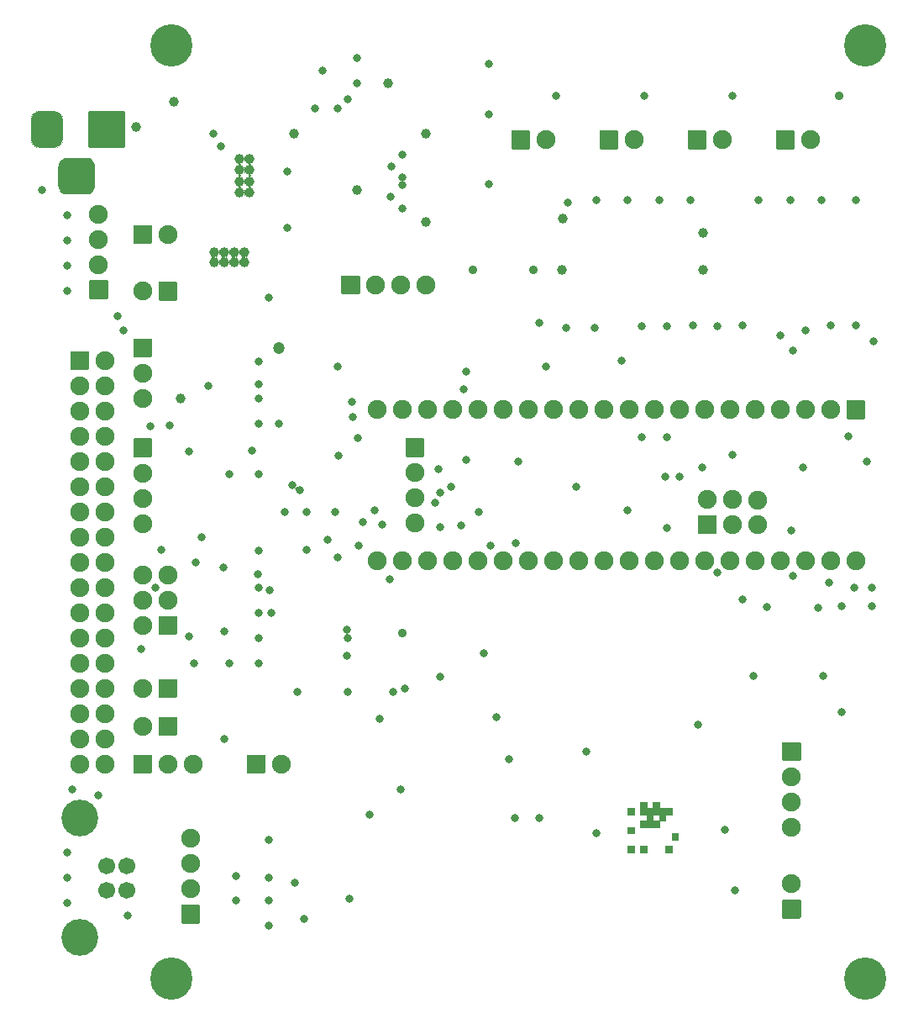
<source format=gbr>
G04 #@! TF.GenerationSoftware,KiCad,Pcbnew,(5.1.9)-1*
G04 #@! TF.CreationDate,2021-06-25T18:36:14+01:00*
G04 #@! TF.ProjectId,Greaseweazle F1 Plus,47726561-7365-4776-9561-7a6c65204631,1*
G04 #@! TF.SameCoordinates,PX6312cb0PY6bcb370*
G04 #@! TF.FileFunction,Soldermask,Bot*
G04 #@! TF.FilePolarity,Negative*
%FSLAX46Y46*%
G04 Gerber Fmt 4.6, Leading zero omitted, Abs format (unit mm)*
G04 Created by KiCad (PCBNEW (5.1.9)-1) date 2021-06-25 18:36:14*
%MOMM*%
%LPD*%
G01*
G04 APERTURE LIST*
%ADD10C,0.100000*%
%ADD11O,1.900000X1.900000*%
%ADD12C,4.264000*%
%ADD13C,1.900000*%
%ADD14C,1.701140*%
%ADD15C,3.700120*%
%ADD16C,0.800000*%
%ADD17C,1.000000*%
%ADD18C,0.900000*%
%ADD19C,1.200000*%
G04 APERTURE END LIST*
D10*
G36*
X49149000Y-6985000D02*
G01*
X49784000Y-6985000D01*
X49784000Y-6350000D01*
X49149000Y-6350000D01*
X49149000Y-6985000D01*
G37*
X49149000Y-6985000D02*
X49784000Y-6985000D01*
X49784000Y-6350000D01*
X49149000Y-6350000D01*
X49149000Y-6985000D01*
G36*
X50419000Y-8890000D02*
G01*
X51054000Y-8890000D01*
X51054000Y-8255000D01*
X50419000Y-8255000D01*
X50419000Y-8890000D01*
G37*
X50419000Y-8890000D02*
X51054000Y-8890000D01*
X51054000Y-8255000D01*
X50419000Y-8255000D01*
X50419000Y-8890000D01*
G36*
X52959000Y-8890000D02*
G01*
X53594000Y-8890000D01*
X53594000Y-8255000D01*
X52959000Y-8255000D01*
X52959000Y-8890000D01*
G37*
X52959000Y-8890000D02*
X53594000Y-8890000D01*
X53594000Y-8255000D01*
X52959000Y-8255000D01*
X52959000Y-8890000D01*
G36*
X53594000Y-7620000D02*
G01*
X54229000Y-7620000D01*
X54229000Y-6985000D01*
X53594000Y-6985000D01*
X53594000Y-7620000D01*
G37*
X53594000Y-7620000D02*
X54229000Y-7620000D01*
X54229000Y-6985000D01*
X53594000Y-6985000D01*
X53594000Y-7620000D01*
G36*
X52959000Y-5080000D02*
G01*
X53594000Y-5080000D01*
X53594000Y-4445000D01*
X52959000Y-4445000D01*
X52959000Y-5080000D01*
G37*
X52959000Y-5080000D02*
X53594000Y-5080000D01*
X53594000Y-4445000D01*
X52959000Y-4445000D01*
X52959000Y-5080000D01*
G36*
X52324000Y-5080000D02*
G01*
X52959000Y-5080000D01*
X52959000Y-4445000D01*
X52324000Y-4445000D01*
X52324000Y-5080000D01*
G37*
X52324000Y-5080000D02*
X52959000Y-5080000D01*
X52959000Y-4445000D01*
X52324000Y-4445000D01*
X52324000Y-5080000D01*
G36*
X51689000Y-4445000D02*
G01*
X52324000Y-4445000D01*
X52324000Y-3810000D01*
X51689000Y-3810000D01*
X51689000Y-4445000D01*
G37*
X51689000Y-4445000D02*
X52324000Y-4445000D01*
X52324000Y-3810000D01*
X51689000Y-3810000D01*
X51689000Y-4445000D01*
G36*
X51689000Y-5080000D02*
G01*
X52324000Y-5080000D01*
X52324000Y-4445000D01*
X51689000Y-4445000D01*
X51689000Y-5080000D01*
G37*
X51689000Y-5080000D02*
X52324000Y-5080000D01*
X52324000Y-4445000D01*
X51689000Y-4445000D01*
X51689000Y-5080000D01*
G36*
X51054000Y-5080000D02*
G01*
X51689000Y-5080000D01*
X51689000Y-4445000D01*
X51054000Y-4445000D01*
X51054000Y-5080000D01*
G37*
X51054000Y-5080000D02*
X51689000Y-5080000D01*
X51689000Y-4445000D01*
X51054000Y-4445000D01*
X51054000Y-5080000D01*
G36*
X50419000Y-5080000D02*
G01*
X51054000Y-5080000D01*
X51054000Y-4445000D01*
X50419000Y-4445000D01*
X50419000Y-5080000D01*
G37*
X50419000Y-5080000D02*
X51054000Y-5080000D01*
X51054000Y-4445000D01*
X50419000Y-4445000D01*
X50419000Y-5080000D01*
G36*
X50419000Y-4445000D02*
G01*
X51054000Y-4445000D01*
X51054000Y-3810000D01*
X50419000Y-3810000D01*
X50419000Y-4445000D01*
G37*
X50419000Y-4445000D02*
X51054000Y-4445000D01*
X51054000Y-3810000D01*
X50419000Y-3810000D01*
X50419000Y-4445000D01*
G36*
X49149000Y-8890000D02*
G01*
X49784000Y-8890000D01*
X49784000Y-8255000D01*
X49149000Y-8255000D01*
X49149000Y-8890000D01*
G37*
X49149000Y-8890000D02*
X49784000Y-8890000D01*
X49784000Y-8255000D01*
X49149000Y-8255000D01*
X49149000Y-8890000D01*
G36*
X49149000Y-5080000D02*
G01*
X49784000Y-5080000D01*
X49784000Y-4445000D01*
X49149000Y-4445000D01*
X49149000Y-5080000D01*
G37*
X49149000Y-5080000D02*
X49784000Y-5080000D01*
X49784000Y-4445000D01*
X49149000Y-4445000D01*
X49149000Y-5080000D01*
G36*
X52324000Y-5715000D02*
G01*
X52959000Y-5715000D01*
X52959000Y-5080000D01*
X52324000Y-5080000D01*
X52324000Y-5715000D01*
G37*
X52324000Y-5715000D02*
X52959000Y-5715000D01*
X52959000Y-5080000D01*
X52324000Y-5080000D01*
X52324000Y-5715000D01*
G36*
X51689000Y-6350000D02*
G01*
X52324000Y-6350000D01*
X52324000Y-5715000D01*
X51689000Y-5715000D01*
X51689000Y-6350000D01*
G37*
X51689000Y-6350000D02*
X52324000Y-6350000D01*
X52324000Y-5715000D01*
X51689000Y-5715000D01*
X51689000Y-6350000D01*
G36*
X50419000Y-6350000D02*
G01*
X51054000Y-6350000D01*
X51054000Y-5715000D01*
X50419000Y-5715000D01*
X50419000Y-6350000D01*
G37*
X50419000Y-6350000D02*
X51054000Y-6350000D01*
X51054000Y-5715000D01*
X50419000Y-5715000D01*
X50419000Y-6350000D01*
G36*
X51054000Y-6350000D02*
G01*
X51689000Y-6350000D01*
X51689000Y-5715000D01*
X51054000Y-5715000D01*
X51054000Y-6350000D01*
G37*
X51054000Y-6350000D02*
X51689000Y-6350000D01*
X51689000Y-5715000D01*
X51054000Y-5715000D01*
X51054000Y-6350000D01*
G36*
X51054000Y-5715000D02*
G01*
X51689000Y-5715000D01*
X51689000Y-5080000D01*
X51054000Y-5080000D01*
X51054000Y-5715000D01*
G37*
X51054000Y-5715000D02*
X51689000Y-5715000D01*
X51689000Y-5080000D01*
X51054000Y-5080000D01*
X51054000Y-5715000D01*
G36*
X51054000Y-5715000D02*
G01*
X51689000Y-5715000D01*
X51689000Y-5080000D01*
X51054000Y-5080000D01*
X51054000Y-5715000D01*
G37*
X51054000Y-5715000D02*
X51689000Y-5715000D01*
X51689000Y-5080000D01*
X51054000Y-5080000D01*
X51054000Y-5715000D01*
G36*
X51054000Y-6350000D02*
G01*
X51689000Y-6350000D01*
X51689000Y-5715000D01*
X51054000Y-5715000D01*
X51054000Y-6350000D01*
G37*
X51054000Y-6350000D02*
X51689000Y-6350000D01*
X51689000Y-5715000D01*
X51054000Y-5715000D01*
X51054000Y-6350000D01*
G36*
X50419000Y-6350000D02*
G01*
X51054000Y-6350000D01*
X51054000Y-5715000D01*
X50419000Y-5715000D01*
X50419000Y-6350000D01*
G37*
X50419000Y-6350000D02*
X51054000Y-6350000D01*
X51054000Y-5715000D01*
X50419000Y-5715000D01*
X50419000Y-6350000D01*
G36*
X51689000Y-6350000D02*
G01*
X52324000Y-6350000D01*
X52324000Y-5715000D01*
X51689000Y-5715000D01*
X51689000Y-6350000D01*
G37*
X51689000Y-6350000D02*
X52324000Y-6350000D01*
X52324000Y-5715000D01*
X51689000Y-5715000D01*
X51689000Y-6350000D01*
G36*
X52324000Y-5715000D02*
G01*
X52959000Y-5715000D01*
X52959000Y-5080000D01*
X52324000Y-5080000D01*
X52324000Y-5715000D01*
G37*
X52324000Y-5715000D02*
X52959000Y-5715000D01*
X52959000Y-5080000D01*
X52324000Y-5080000D01*
X52324000Y-5715000D01*
G36*
X49149000Y-5080000D02*
G01*
X49784000Y-5080000D01*
X49784000Y-4445000D01*
X49149000Y-4445000D01*
X49149000Y-5080000D01*
G37*
X49149000Y-5080000D02*
X49784000Y-5080000D01*
X49784000Y-4445000D01*
X49149000Y-4445000D01*
X49149000Y-5080000D01*
G36*
X49149000Y-8890000D02*
G01*
X49784000Y-8890000D01*
X49784000Y-8255000D01*
X49149000Y-8255000D01*
X49149000Y-8890000D01*
G37*
X49149000Y-8890000D02*
X49784000Y-8890000D01*
X49784000Y-8255000D01*
X49149000Y-8255000D01*
X49149000Y-8890000D01*
G36*
X50419000Y-4445000D02*
G01*
X51054000Y-4445000D01*
X51054000Y-3810000D01*
X50419000Y-3810000D01*
X50419000Y-4445000D01*
G37*
X50419000Y-4445000D02*
X51054000Y-4445000D01*
X51054000Y-3810000D01*
X50419000Y-3810000D01*
X50419000Y-4445000D01*
G36*
X50419000Y-5080000D02*
G01*
X51054000Y-5080000D01*
X51054000Y-4445000D01*
X50419000Y-4445000D01*
X50419000Y-5080000D01*
G37*
X50419000Y-5080000D02*
X51054000Y-5080000D01*
X51054000Y-4445000D01*
X50419000Y-4445000D01*
X50419000Y-5080000D01*
G36*
X51054000Y-5080000D02*
G01*
X51689000Y-5080000D01*
X51689000Y-4445000D01*
X51054000Y-4445000D01*
X51054000Y-5080000D01*
G37*
X51054000Y-5080000D02*
X51689000Y-5080000D01*
X51689000Y-4445000D01*
X51054000Y-4445000D01*
X51054000Y-5080000D01*
G36*
X51689000Y-5080000D02*
G01*
X52324000Y-5080000D01*
X52324000Y-4445000D01*
X51689000Y-4445000D01*
X51689000Y-5080000D01*
G37*
X51689000Y-5080000D02*
X52324000Y-5080000D01*
X52324000Y-4445000D01*
X51689000Y-4445000D01*
X51689000Y-5080000D01*
G36*
X51689000Y-4445000D02*
G01*
X52324000Y-4445000D01*
X52324000Y-3810000D01*
X51689000Y-3810000D01*
X51689000Y-4445000D01*
G37*
X51689000Y-4445000D02*
X52324000Y-4445000D01*
X52324000Y-3810000D01*
X51689000Y-3810000D01*
X51689000Y-4445000D01*
G36*
X52324000Y-5080000D02*
G01*
X52959000Y-5080000D01*
X52959000Y-4445000D01*
X52324000Y-4445000D01*
X52324000Y-5080000D01*
G37*
X52324000Y-5080000D02*
X52959000Y-5080000D01*
X52959000Y-4445000D01*
X52324000Y-4445000D01*
X52324000Y-5080000D01*
G36*
X52959000Y-5080000D02*
G01*
X53594000Y-5080000D01*
X53594000Y-4445000D01*
X52959000Y-4445000D01*
X52959000Y-5080000D01*
G37*
X52959000Y-5080000D02*
X53594000Y-5080000D01*
X53594000Y-4445000D01*
X52959000Y-4445000D01*
X52959000Y-5080000D01*
G36*
X53594000Y-7620000D02*
G01*
X54229000Y-7620000D01*
X54229000Y-6985000D01*
X53594000Y-6985000D01*
X53594000Y-7620000D01*
G37*
X53594000Y-7620000D02*
X54229000Y-7620000D01*
X54229000Y-6985000D01*
X53594000Y-6985000D01*
X53594000Y-7620000D01*
G36*
X52959000Y-8890000D02*
G01*
X53594000Y-8890000D01*
X53594000Y-8255000D01*
X52959000Y-8255000D01*
X52959000Y-8890000D01*
G37*
X52959000Y-8890000D02*
X53594000Y-8890000D01*
X53594000Y-8255000D01*
X52959000Y-8255000D01*
X52959000Y-8890000D01*
G36*
X50419000Y-8890000D02*
G01*
X51054000Y-8890000D01*
X51054000Y-8255000D01*
X50419000Y-8255000D01*
X50419000Y-8890000D01*
G37*
X50419000Y-8890000D02*
X51054000Y-8890000D01*
X51054000Y-8255000D01*
X50419000Y-8255000D01*
X50419000Y-8890000D01*
G36*
X49149000Y-6985000D02*
G01*
X49784000Y-6985000D01*
X49784000Y-6350000D01*
X49149000Y-6350000D01*
X49149000Y-6985000D01*
G37*
X49149000Y-6985000D02*
X49784000Y-6985000D01*
X49784000Y-6350000D01*
X49149000Y-6350000D01*
X49149000Y-6985000D01*
G36*
X49149000Y-6985000D02*
G01*
X49784000Y-6985000D01*
X49784000Y-6350000D01*
X49149000Y-6350000D01*
X49149000Y-6985000D01*
G37*
X49149000Y-6985000D02*
X49784000Y-6985000D01*
X49784000Y-6350000D01*
X49149000Y-6350000D01*
X49149000Y-6985000D01*
G36*
X50419000Y-8890000D02*
G01*
X51054000Y-8890000D01*
X51054000Y-8255000D01*
X50419000Y-8255000D01*
X50419000Y-8890000D01*
G37*
X50419000Y-8890000D02*
X51054000Y-8890000D01*
X51054000Y-8255000D01*
X50419000Y-8255000D01*
X50419000Y-8890000D01*
G36*
X52959000Y-8890000D02*
G01*
X53594000Y-8890000D01*
X53594000Y-8255000D01*
X52959000Y-8255000D01*
X52959000Y-8890000D01*
G37*
X52959000Y-8890000D02*
X53594000Y-8890000D01*
X53594000Y-8255000D01*
X52959000Y-8255000D01*
X52959000Y-8890000D01*
G36*
X53594000Y-7620000D02*
G01*
X54229000Y-7620000D01*
X54229000Y-6985000D01*
X53594000Y-6985000D01*
X53594000Y-7620000D01*
G37*
X53594000Y-7620000D02*
X54229000Y-7620000D01*
X54229000Y-6985000D01*
X53594000Y-6985000D01*
X53594000Y-7620000D01*
G36*
X52959000Y-5080000D02*
G01*
X53594000Y-5080000D01*
X53594000Y-4445000D01*
X52959000Y-4445000D01*
X52959000Y-5080000D01*
G37*
X52959000Y-5080000D02*
X53594000Y-5080000D01*
X53594000Y-4445000D01*
X52959000Y-4445000D01*
X52959000Y-5080000D01*
G36*
X52324000Y-5080000D02*
G01*
X52959000Y-5080000D01*
X52959000Y-4445000D01*
X52324000Y-4445000D01*
X52324000Y-5080000D01*
G37*
X52324000Y-5080000D02*
X52959000Y-5080000D01*
X52959000Y-4445000D01*
X52324000Y-4445000D01*
X52324000Y-5080000D01*
G36*
X51689000Y-4445000D02*
G01*
X52324000Y-4445000D01*
X52324000Y-3810000D01*
X51689000Y-3810000D01*
X51689000Y-4445000D01*
G37*
X51689000Y-4445000D02*
X52324000Y-4445000D01*
X52324000Y-3810000D01*
X51689000Y-3810000D01*
X51689000Y-4445000D01*
G36*
X51689000Y-5080000D02*
G01*
X52324000Y-5080000D01*
X52324000Y-4445000D01*
X51689000Y-4445000D01*
X51689000Y-5080000D01*
G37*
X51689000Y-5080000D02*
X52324000Y-5080000D01*
X52324000Y-4445000D01*
X51689000Y-4445000D01*
X51689000Y-5080000D01*
G36*
X51054000Y-5080000D02*
G01*
X51689000Y-5080000D01*
X51689000Y-4445000D01*
X51054000Y-4445000D01*
X51054000Y-5080000D01*
G37*
X51054000Y-5080000D02*
X51689000Y-5080000D01*
X51689000Y-4445000D01*
X51054000Y-4445000D01*
X51054000Y-5080000D01*
G36*
X50419000Y-5080000D02*
G01*
X51054000Y-5080000D01*
X51054000Y-4445000D01*
X50419000Y-4445000D01*
X50419000Y-5080000D01*
G37*
X50419000Y-5080000D02*
X51054000Y-5080000D01*
X51054000Y-4445000D01*
X50419000Y-4445000D01*
X50419000Y-5080000D01*
G36*
X50419000Y-4445000D02*
G01*
X51054000Y-4445000D01*
X51054000Y-3810000D01*
X50419000Y-3810000D01*
X50419000Y-4445000D01*
G37*
X50419000Y-4445000D02*
X51054000Y-4445000D01*
X51054000Y-3810000D01*
X50419000Y-3810000D01*
X50419000Y-4445000D01*
G36*
X49149000Y-8890000D02*
G01*
X49784000Y-8890000D01*
X49784000Y-8255000D01*
X49149000Y-8255000D01*
X49149000Y-8890000D01*
G37*
X49149000Y-8890000D02*
X49784000Y-8890000D01*
X49784000Y-8255000D01*
X49149000Y-8255000D01*
X49149000Y-8890000D01*
G36*
X49149000Y-5080000D02*
G01*
X49784000Y-5080000D01*
X49784000Y-4445000D01*
X49149000Y-4445000D01*
X49149000Y-5080000D01*
G37*
X49149000Y-5080000D02*
X49784000Y-5080000D01*
X49784000Y-4445000D01*
X49149000Y-4445000D01*
X49149000Y-5080000D01*
G36*
X52324000Y-5715000D02*
G01*
X52959000Y-5715000D01*
X52959000Y-5080000D01*
X52324000Y-5080000D01*
X52324000Y-5715000D01*
G37*
X52324000Y-5715000D02*
X52959000Y-5715000D01*
X52959000Y-5080000D01*
X52324000Y-5080000D01*
X52324000Y-5715000D01*
G36*
X51689000Y-6350000D02*
G01*
X52324000Y-6350000D01*
X52324000Y-5715000D01*
X51689000Y-5715000D01*
X51689000Y-6350000D01*
G37*
X51689000Y-6350000D02*
X52324000Y-6350000D01*
X52324000Y-5715000D01*
X51689000Y-5715000D01*
X51689000Y-6350000D01*
G36*
X50419000Y-6350000D02*
G01*
X51054000Y-6350000D01*
X51054000Y-5715000D01*
X50419000Y-5715000D01*
X50419000Y-6350000D01*
G37*
X50419000Y-6350000D02*
X51054000Y-6350000D01*
X51054000Y-5715000D01*
X50419000Y-5715000D01*
X50419000Y-6350000D01*
G36*
X51054000Y-6350000D02*
G01*
X51689000Y-6350000D01*
X51689000Y-5715000D01*
X51054000Y-5715000D01*
X51054000Y-6350000D01*
G37*
X51054000Y-6350000D02*
X51689000Y-6350000D01*
X51689000Y-5715000D01*
X51054000Y-5715000D01*
X51054000Y-6350000D01*
G36*
X51054000Y-5715000D02*
G01*
X51689000Y-5715000D01*
X51689000Y-5080000D01*
X51054000Y-5080000D01*
X51054000Y-5715000D01*
G37*
X51054000Y-5715000D02*
X51689000Y-5715000D01*
X51689000Y-5080000D01*
X51054000Y-5080000D01*
X51054000Y-5715000D01*
G36*
X51054000Y-5715000D02*
G01*
X51689000Y-5715000D01*
X51689000Y-5080000D01*
X51054000Y-5080000D01*
X51054000Y-5715000D01*
G37*
X51054000Y-5715000D02*
X51689000Y-5715000D01*
X51689000Y-5080000D01*
X51054000Y-5080000D01*
X51054000Y-5715000D01*
G36*
X51054000Y-6350000D02*
G01*
X51689000Y-6350000D01*
X51689000Y-5715000D01*
X51054000Y-5715000D01*
X51054000Y-6350000D01*
G37*
X51054000Y-6350000D02*
X51689000Y-6350000D01*
X51689000Y-5715000D01*
X51054000Y-5715000D01*
X51054000Y-6350000D01*
G36*
X50419000Y-6350000D02*
G01*
X51054000Y-6350000D01*
X51054000Y-5715000D01*
X50419000Y-5715000D01*
X50419000Y-6350000D01*
G37*
X50419000Y-6350000D02*
X51054000Y-6350000D01*
X51054000Y-5715000D01*
X50419000Y-5715000D01*
X50419000Y-6350000D01*
G36*
X51689000Y-6350000D02*
G01*
X52324000Y-6350000D01*
X52324000Y-5715000D01*
X51689000Y-5715000D01*
X51689000Y-6350000D01*
G37*
X51689000Y-6350000D02*
X52324000Y-6350000D01*
X52324000Y-5715000D01*
X51689000Y-5715000D01*
X51689000Y-6350000D01*
G36*
X52324000Y-5715000D02*
G01*
X52959000Y-5715000D01*
X52959000Y-5080000D01*
X52324000Y-5080000D01*
X52324000Y-5715000D01*
G37*
X52324000Y-5715000D02*
X52959000Y-5715000D01*
X52959000Y-5080000D01*
X52324000Y-5080000D01*
X52324000Y-5715000D01*
G36*
X49149000Y-5080000D02*
G01*
X49784000Y-5080000D01*
X49784000Y-4445000D01*
X49149000Y-4445000D01*
X49149000Y-5080000D01*
G37*
X49149000Y-5080000D02*
X49784000Y-5080000D01*
X49784000Y-4445000D01*
X49149000Y-4445000D01*
X49149000Y-5080000D01*
G36*
X49149000Y-8890000D02*
G01*
X49784000Y-8890000D01*
X49784000Y-8255000D01*
X49149000Y-8255000D01*
X49149000Y-8890000D01*
G37*
X49149000Y-8890000D02*
X49784000Y-8890000D01*
X49784000Y-8255000D01*
X49149000Y-8255000D01*
X49149000Y-8890000D01*
G36*
X50419000Y-4445000D02*
G01*
X51054000Y-4445000D01*
X51054000Y-3810000D01*
X50419000Y-3810000D01*
X50419000Y-4445000D01*
G37*
X50419000Y-4445000D02*
X51054000Y-4445000D01*
X51054000Y-3810000D01*
X50419000Y-3810000D01*
X50419000Y-4445000D01*
G36*
X50419000Y-5080000D02*
G01*
X51054000Y-5080000D01*
X51054000Y-4445000D01*
X50419000Y-4445000D01*
X50419000Y-5080000D01*
G37*
X50419000Y-5080000D02*
X51054000Y-5080000D01*
X51054000Y-4445000D01*
X50419000Y-4445000D01*
X50419000Y-5080000D01*
G36*
X51054000Y-5080000D02*
G01*
X51689000Y-5080000D01*
X51689000Y-4445000D01*
X51054000Y-4445000D01*
X51054000Y-5080000D01*
G37*
X51054000Y-5080000D02*
X51689000Y-5080000D01*
X51689000Y-4445000D01*
X51054000Y-4445000D01*
X51054000Y-5080000D01*
G36*
X51689000Y-5080000D02*
G01*
X52324000Y-5080000D01*
X52324000Y-4445000D01*
X51689000Y-4445000D01*
X51689000Y-5080000D01*
G37*
X51689000Y-5080000D02*
X52324000Y-5080000D01*
X52324000Y-4445000D01*
X51689000Y-4445000D01*
X51689000Y-5080000D01*
G36*
X51689000Y-4445000D02*
G01*
X52324000Y-4445000D01*
X52324000Y-3810000D01*
X51689000Y-3810000D01*
X51689000Y-4445000D01*
G37*
X51689000Y-4445000D02*
X52324000Y-4445000D01*
X52324000Y-3810000D01*
X51689000Y-3810000D01*
X51689000Y-4445000D01*
G36*
X52324000Y-5080000D02*
G01*
X52959000Y-5080000D01*
X52959000Y-4445000D01*
X52324000Y-4445000D01*
X52324000Y-5080000D01*
G37*
X52324000Y-5080000D02*
X52959000Y-5080000D01*
X52959000Y-4445000D01*
X52324000Y-4445000D01*
X52324000Y-5080000D01*
G36*
X52959000Y-5080000D02*
G01*
X53594000Y-5080000D01*
X53594000Y-4445000D01*
X52959000Y-4445000D01*
X52959000Y-5080000D01*
G37*
X52959000Y-5080000D02*
X53594000Y-5080000D01*
X53594000Y-4445000D01*
X52959000Y-4445000D01*
X52959000Y-5080000D01*
G36*
X53594000Y-7620000D02*
G01*
X54229000Y-7620000D01*
X54229000Y-6985000D01*
X53594000Y-6985000D01*
X53594000Y-7620000D01*
G37*
X53594000Y-7620000D02*
X54229000Y-7620000D01*
X54229000Y-6985000D01*
X53594000Y-6985000D01*
X53594000Y-7620000D01*
G36*
X52959000Y-8890000D02*
G01*
X53594000Y-8890000D01*
X53594000Y-8255000D01*
X52959000Y-8255000D01*
X52959000Y-8890000D01*
G37*
X52959000Y-8890000D02*
X53594000Y-8890000D01*
X53594000Y-8255000D01*
X52959000Y-8255000D01*
X52959000Y-8890000D01*
G36*
X50419000Y-8890000D02*
G01*
X51054000Y-8890000D01*
X51054000Y-8255000D01*
X50419000Y-8255000D01*
X50419000Y-8890000D01*
G37*
X50419000Y-8890000D02*
X51054000Y-8890000D01*
X51054000Y-8255000D01*
X50419000Y-8255000D01*
X50419000Y-8890000D01*
G36*
X49149000Y-6985000D02*
G01*
X49784000Y-6985000D01*
X49784000Y-6350000D01*
X49149000Y-6350000D01*
X49149000Y-6985000D01*
G37*
X49149000Y-6985000D02*
X49784000Y-6985000D01*
X49784000Y-6350000D01*
X49149000Y-6350000D01*
X49149000Y-6985000D01*
D11*
X28829000Y48260000D03*
X26289000Y48260000D03*
X23749000Y48260000D03*
G36*
G01*
X22059000Y47310000D02*
X20359000Y47310000D01*
G75*
G02*
X20259000Y47410000I0J100000D01*
G01*
X20259000Y49110000D01*
G75*
G02*
X20359000Y49210000I100000J0D01*
G01*
X22059000Y49210000D01*
G75*
G02*
X22159000Y49110000I0J-100000D01*
G01*
X22159000Y47410000D01*
G75*
G02*
X22059000Y47310000I-100000J0D01*
G01*
G37*
X5334000Y0D03*
X2794000Y0D03*
G36*
G01*
X1104000Y-950000D02*
X-596000Y-950000D01*
G75*
G02*
X-696000Y-850000I0J100000D01*
G01*
X-696000Y850000D01*
G75*
G02*
X-596000Y950000I100000J0D01*
G01*
X1104000Y950000D01*
G75*
G02*
X1204000Y850000I0J-100000D01*
G01*
X1204000Y-850000D01*
G75*
G02*
X1104000Y-950000I-100000J0D01*
G01*
G37*
X14224000Y0D03*
G36*
G01*
X12534000Y-950000D02*
X10834000Y-950000D01*
G75*
G02*
X10734000Y-850000I0J100000D01*
G01*
X10734000Y850000D01*
G75*
G02*
X10834000Y950000I100000J0D01*
G01*
X12534000Y950000D01*
G75*
G02*
X12634000Y850000I0J-100000D01*
G01*
X12634000Y-850000D01*
G75*
G02*
X12534000Y-950000I-100000J0D01*
G01*
G37*
D12*
X73114000Y-21584600D03*
X3114000Y-21584600D03*
X73114000Y72415400D03*
X3114000Y72415400D03*
D11*
X40894000Y62865000D03*
G36*
G01*
X39204000Y61915000D02*
X37504000Y61915000D01*
G75*
G02*
X37404000Y62015000I0J100000D01*
G01*
X37404000Y63715000D01*
G75*
G02*
X37504000Y63815000I100000J0D01*
G01*
X39204000Y63815000D01*
G75*
G02*
X39304000Y63715000I0J-100000D01*
G01*
X39304000Y62015000D01*
G75*
G02*
X39204000Y61915000I-100000J0D01*
G01*
G37*
X49784000Y62865000D03*
G36*
G01*
X48094000Y61915000D02*
X46394000Y61915000D01*
G75*
G02*
X46294000Y62015000I0J100000D01*
G01*
X46294000Y63715000D01*
G75*
G02*
X46394000Y63815000I100000J0D01*
G01*
X48094000Y63815000D01*
G75*
G02*
X48194000Y63715000I0J-100000D01*
G01*
X48194000Y62015000D01*
G75*
G02*
X48094000Y61915000I-100000J0D01*
G01*
G37*
X58674000Y62865000D03*
G36*
G01*
X56984000Y61915000D02*
X55284000Y61915000D01*
G75*
G02*
X55184000Y62015000I0J100000D01*
G01*
X55184000Y63715000D01*
G75*
G02*
X55284000Y63815000I100000J0D01*
G01*
X56984000Y63815000D01*
G75*
G02*
X57084000Y63715000I0J-100000D01*
G01*
X57084000Y62015000D01*
G75*
G02*
X56984000Y61915000I-100000J0D01*
G01*
G37*
X67564000Y62865000D03*
G36*
G01*
X65874000Y61915000D02*
X64174000Y61915000D01*
G75*
G02*
X64074000Y62015000I0J100000D01*
G01*
X64074000Y63715000D01*
G75*
G02*
X64174000Y63815000I100000J0D01*
G01*
X65874000Y63815000D01*
G75*
G02*
X65974000Y63715000I0J-100000D01*
G01*
X65974000Y62015000D01*
G75*
G02*
X65874000Y61915000I-100000J0D01*
G01*
G37*
D13*
X57150000Y26657300D03*
X59690000Y26657300D03*
X62230000Y26593800D03*
G36*
G01*
X56300000Y25067300D02*
X58000000Y25067300D01*
G75*
G02*
X58100000Y24967300I0J-100000D01*
G01*
X58100000Y23267300D01*
G75*
G02*
X58000000Y23167300I-100000J0D01*
G01*
X56300000Y23167300D01*
G75*
G02*
X56200000Y23267300I0J100000D01*
G01*
X56200000Y24967300D01*
G75*
G02*
X56300000Y25067300I100000J0D01*
G01*
G37*
X62230000Y24117300D03*
X59690000Y24117300D03*
X23876000Y35687000D03*
X23876000Y20447000D03*
X26416000Y35687000D03*
X26416000Y20447000D03*
X28956000Y35687000D03*
X28956000Y20447000D03*
X31496000Y35687000D03*
X31496000Y20447000D03*
X34036000Y35687000D03*
X34036000Y20447000D03*
X36576000Y35687000D03*
X36576000Y20447000D03*
X39116000Y35687000D03*
X39116000Y20447000D03*
X41656000Y35687000D03*
X41656000Y20447000D03*
X44196000Y35687000D03*
X44196000Y20447000D03*
X46736000Y35687000D03*
X46736000Y20447000D03*
X49276000Y35687000D03*
X49276000Y20447000D03*
X51816000Y35687000D03*
X51816000Y20447000D03*
X54356000Y35687000D03*
X54356000Y20447000D03*
X56896000Y35687000D03*
X56896000Y20447000D03*
X59436000Y35687000D03*
X59436000Y20447000D03*
X61976000Y35687000D03*
X61976000Y20447000D03*
X64516000Y35687000D03*
X64516000Y20447000D03*
X67056000Y35687000D03*
X67056000Y20447000D03*
X69596000Y35687000D03*
X69596000Y20447000D03*
G36*
G01*
X71286000Y36637000D02*
X72986000Y36637000D01*
G75*
G02*
X73086000Y36537000I0J-100000D01*
G01*
X73086000Y34837000D01*
G75*
G02*
X72986000Y34737000I-100000J0D01*
G01*
X71286000Y34737000D01*
G75*
G02*
X71186000Y34837000I0J100000D01*
G01*
X71186000Y36537000D01*
G75*
G02*
X71286000Y36637000I100000J0D01*
G01*
G37*
X72136000Y20447000D03*
X27686000Y24257000D03*
X27686000Y26797000D03*
X27686000Y29337000D03*
G36*
G01*
X26836000Y32827000D02*
X28536000Y32827000D01*
G75*
G02*
X28636000Y32727000I0J-100000D01*
G01*
X28636000Y31027000D01*
G75*
G02*
X28536000Y30927000I-100000J0D01*
G01*
X26836000Y30927000D01*
G75*
G02*
X26736000Y31027000I0J100000D01*
G01*
X26736000Y32727000D01*
G75*
G02*
X26836000Y32827000I100000J0D01*
G01*
G37*
D11*
X254000Y7620000D03*
G36*
G01*
X1944000Y8570000D02*
X3644000Y8570000D01*
G75*
G02*
X3744000Y8470000I0J-100000D01*
G01*
X3744000Y6770000D01*
G75*
G02*
X3644000Y6670000I-100000J0D01*
G01*
X1944000Y6670000D01*
G75*
G02*
X1844000Y6770000I0J100000D01*
G01*
X1844000Y8470000D01*
G75*
G02*
X1944000Y8570000I100000J0D01*
G01*
G37*
X254000Y3810000D03*
G36*
G01*
X1944000Y4760000D02*
X3644000Y4760000D01*
G75*
G02*
X3744000Y4660000I0J-100000D01*
G01*
X3744000Y2960000D01*
G75*
G02*
X3644000Y2860000I-100000J0D01*
G01*
X1944000Y2860000D01*
G75*
G02*
X1844000Y2960000I0J100000D01*
G01*
X1844000Y4660000D01*
G75*
G02*
X1944000Y4760000I100000J0D01*
G01*
G37*
X2794000Y53340000D03*
G36*
G01*
X1104000Y52390000D02*
X-596000Y52390000D01*
G75*
G02*
X-696000Y52490000I0J100000D01*
G01*
X-696000Y54190000D01*
G75*
G02*
X-596000Y54290000I100000J0D01*
G01*
X1104000Y54290000D01*
G75*
G02*
X1204000Y54190000I0J-100000D01*
G01*
X1204000Y52490000D01*
G75*
G02*
X1104000Y52390000I-100000J0D01*
G01*
G37*
X5080000Y-7493000D03*
X5080000Y-10033000D03*
X5080000Y-12573000D03*
G36*
G01*
X6030000Y-14263000D02*
X6030000Y-15963000D01*
G75*
G02*
X5930000Y-16063000I-100000J0D01*
G01*
X4230000Y-16063000D01*
G75*
G02*
X4130000Y-15963000I0J100000D01*
G01*
X4130000Y-14263000D01*
G75*
G02*
X4230000Y-14163000I100000J0D01*
G01*
X5930000Y-14163000D01*
G75*
G02*
X6030000Y-14263000I0J-100000D01*
G01*
G37*
X254000Y47625000D03*
G36*
G01*
X1944000Y48575000D02*
X3644000Y48575000D01*
G75*
G02*
X3744000Y48475000I0J-100000D01*
G01*
X3744000Y46775000D01*
G75*
G02*
X3644000Y46675000I-100000J0D01*
G01*
X1944000Y46675000D01*
G75*
G02*
X1844000Y46775000I0J100000D01*
G01*
X1844000Y48475000D01*
G75*
G02*
X1944000Y48575000I100000J0D01*
G01*
G37*
X-4191000Y55397400D03*
X-4191000Y52857400D03*
X-4191000Y50317400D03*
G36*
G01*
X-3241000Y48627400D02*
X-3241000Y46927400D01*
G75*
G02*
X-3341000Y46827400I-100000J0D01*
G01*
X-5041000Y46827400D01*
G75*
G02*
X-5141000Y46927400I0J100000D01*
G01*
X-5141000Y48627400D01*
G75*
G02*
X-5041000Y48727400I100000J0D01*
G01*
X-3341000Y48727400D01*
G75*
G02*
X-3241000Y48627400I0J-100000D01*
G01*
G37*
G36*
G01*
X-696000Y31001600D02*
X-696000Y32701600D01*
G75*
G02*
X-596000Y32801600I100000J0D01*
G01*
X1104000Y32801600D01*
G75*
G02*
X1204000Y32701600I0J-100000D01*
G01*
X1204000Y31001600D01*
G75*
G02*
X1104000Y30901600I-100000J0D01*
G01*
X-596000Y30901600D01*
G75*
G02*
X-696000Y31001600I0J100000D01*
G01*
G37*
X254000Y29311600D03*
X254000Y26771600D03*
X254000Y24231600D03*
X254000Y36830000D03*
X254000Y39370000D03*
G36*
G01*
X-696000Y41060000D02*
X-696000Y42760000D01*
G75*
G02*
X-596000Y42860000I100000J0D01*
G01*
X1104000Y42860000D01*
G75*
G02*
X1204000Y42760000I0J-100000D01*
G01*
X1204000Y41060000D01*
G75*
G02*
X1104000Y40960000I-100000J0D01*
G01*
X-596000Y40960000D01*
G75*
G02*
X-696000Y41060000I0J100000D01*
G01*
G37*
G36*
G01*
X66609000Y-13755000D02*
X66609000Y-15455000D01*
G75*
G02*
X66509000Y-15555000I-100000J0D01*
G01*
X64809000Y-15555000D01*
G75*
G02*
X64709000Y-15455000I0J100000D01*
G01*
X64709000Y-13755000D01*
G75*
G02*
X64809000Y-13655000I100000J0D01*
G01*
X66509000Y-13655000D01*
G75*
G02*
X66609000Y-13755000I0J-100000D01*
G01*
G37*
X65659000Y-12065000D03*
D14*
X-3378200Y-10225400D03*
X-3378200Y-12714600D03*
X-1371600Y-12714600D03*
X-1371600Y-10225400D03*
D15*
X-6096000Y-5450200D03*
X-6096000Y-17489800D03*
G36*
G01*
X3744000Y14820000D02*
X3744000Y13120000D01*
G75*
G02*
X3644000Y13020000I-100000J0D01*
G01*
X1944000Y13020000D01*
G75*
G02*
X1844000Y13120000I0J100000D01*
G01*
X1844000Y14820000D01*
G75*
G02*
X1944000Y14920000I100000J0D01*
G01*
X3644000Y14920000D01*
G75*
G02*
X3744000Y14820000I0J-100000D01*
G01*
G37*
D11*
X254000Y13970000D03*
X2794000Y16510000D03*
X254000Y16510000D03*
X2794000Y19050000D03*
X254000Y19050000D03*
G36*
G01*
X-5248000Y62169100D02*
X-5248000Y65669100D01*
G75*
G02*
X-5148000Y65769100I100000J0D01*
G01*
X-1648000Y65769100D01*
G75*
G02*
X-1548000Y65669100I0J-100000D01*
G01*
X-1548000Y62169100D01*
G75*
G02*
X-1648000Y62069100I-100000J0D01*
G01*
X-5148000Y62069100D01*
G75*
G02*
X-5248000Y62169100I0J100000D01*
G01*
G37*
G36*
G01*
X-10998000Y62869100D02*
X-10998000Y64969100D01*
G75*
G02*
X-10198000Y65769100I800000J0D01*
G01*
X-8598000Y65769100D01*
G75*
G02*
X-7798000Y64969100I0J-800000D01*
G01*
X-7798000Y62869100D01*
G75*
G02*
X-8598000Y62069100I-800000J0D01*
G01*
X-10198000Y62069100D01*
G75*
G02*
X-10998000Y62869100I0J800000D01*
G01*
G37*
G36*
G01*
X-8248000Y58294100D02*
X-8248000Y60144100D01*
G75*
G02*
X-7323000Y61069100I925000J0D01*
G01*
X-5473000Y61069100D01*
G75*
G02*
X-4548000Y60144100I0J-925000D01*
G01*
X-4548000Y58294100D01*
G75*
G02*
X-5473000Y57369100I-925000J0D01*
G01*
X-7323000Y57369100D01*
G75*
G02*
X-8248000Y58294100I0J925000D01*
G01*
G37*
G36*
G01*
X64709000Y420000D02*
X64709000Y2120000D01*
G75*
G02*
X64809000Y2220000I100000J0D01*
G01*
X66509000Y2220000D01*
G75*
G02*
X66609000Y2120000I0J-100000D01*
G01*
X66609000Y420000D01*
G75*
G02*
X66509000Y320000I-100000J0D01*
G01*
X64809000Y320000D01*
G75*
G02*
X64709000Y420000I0J100000D01*
G01*
G37*
X65659000Y-1270000D03*
X65659000Y-3810000D03*
X65659000Y-6350000D03*
G36*
G01*
X-7046000Y39790000D02*
X-7046000Y41490000D01*
G75*
G02*
X-6946000Y41590000I100000J0D01*
G01*
X-5246000Y41590000D01*
G75*
G02*
X-5146000Y41490000I0J-100000D01*
G01*
X-5146000Y39790000D01*
G75*
G02*
X-5246000Y39690000I-100000J0D01*
G01*
X-6946000Y39690000D01*
G75*
G02*
X-7046000Y39790000I0J100000D01*
G01*
G37*
X-3556000Y40640000D03*
X-6096000Y38100000D03*
X-3556000Y38100000D03*
X-6096000Y35560000D03*
X-3556000Y35560000D03*
X-6096000Y33020000D03*
X-3556000Y33020000D03*
X-6096000Y30480000D03*
X-3556000Y30480000D03*
X-6096000Y27940000D03*
X-3556000Y27940000D03*
X-6096000Y25400000D03*
X-3556000Y25400000D03*
X-6096000Y22860000D03*
X-3556000Y22860000D03*
X-6096000Y20320000D03*
X-3556000Y20320000D03*
X-6096000Y17780000D03*
X-3556000Y17780000D03*
X-6096000Y15240000D03*
X-3556000Y15240000D03*
X-6096000Y12700000D03*
X-3556000Y12700000D03*
X-6096000Y10160000D03*
X-3556000Y10160000D03*
X-6096000Y7620000D03*
X-3556000Y7620000D03*
X-6096000Y5080000D03*
X-3556000Y5080000D03*
X-6096000Y2540000D03*
X-3556000Y2540000D03*
X-6096000Y0D03*
X-3556000Y0D03*
D16*
X65760600Y18923000D03*
X68376800Y15773400D03*
X61849000Y8890000D03*
X43992800Y27914600D03*
X68834000Y8890000D03*
X-7366000Y-11430000D03*
X8382000Y19812000D03*
X30099000Y29718000D03*
X37211000Y508000D03*
X35941000Y4699000D03*
X38100000Y30480000D03*
X-7366000Y-8890000D03*
X-7366000Y-13970000D03*
X-7366000Y47625000D03*
X-7366000Y50165000D03*
X-7366000Y52705000D03*
X-7366000Y55245000D03*
X-9906000Y57785000D03*
X14859000Y53975000D03*
X-1651000Y43688000D03*
X23114000Y-5080000D03*
X12954000Y-7620000D03*
X16129000Y27559000D03*
X2159000Y21590000D03*
X14859000Y59690000D03*
X9702800Y-11303000D03*
X12954000Y-11430000D03*
X26416000Y61404500D03*
X26416000Y59055000D03*
X26416000Y55943500D03*
X21844000Y68580000D03*
X21844000Y71120000D03*
X20955000Y66992500D03*
X18415000Y69850000D03*
X8128000Y62230000D03*
X9017000Y10160000D03*
X8509000Y13335000D03*
X4953000Y12827000D03*
X-1270000Y-15240000D03*
X31369000Y27940000D03*
X21336000Y36449000D03*
X56642000Y29845000D03*
X40259000Y44450000D03*
X66802000Y29845000D03*
X48514000Y40640000D03*
X40894000Y40005000D03*
X32639000Y37719000D03*
X7366000Y63500000D03*
X4953000Y31496000D03*
X11938000Y40576500D03*
X11938000Y38227000D03*
X11938000Y21526500D03*
X11874500Y19113500D03*
X19939000Y66040000D03*
X17653000Y66040000D03*
X40195500Y-5397500D03*
X37782500Y-5397500D03*
X25273000Y57150000D03*
X25336500Y60198000D03*
X26416000Y58293000D03*
X49149000Y25527000D03*
X53086000Y23749000D03*
X59690000Y31115000D03*
X32385000Y24003000D03*
X70739000Y5207000D03*
X65786000Y41656000D03*
X71374000Y33020000D03*
X20955000Y12700000D03*
X34671000Y11176000D03*
X65659000Y23495000D03*
X73279000Y30480000D03*
X73914000Y42545000D03*
X58166000Y19304000D03*
X69469000Y18288000D03*
X9017000Y29210000D03*
X29718000Y26289000D03*
X11938000Y29210000D03*
X11938000Y10160000D03*
X12954000Y46990000D03*
X12954000Y-13716000D03*
X9652000Y-13716000D03*
X26670000Y7620000D03*
X20955000Y7239000D03*
X15875000Y7239000D03*
X5461000Y10160000D03*
X13208000Y15240000D03*
X13081000Y17526000D03*
X16764000Y21590000D03*
X19939000Y20828000D03*
X12954000Y-16256000D03*
X21082000Y-13589000D03*
X26289000Y-2540000D03*
X44958000Y1270000D03*
X56261000Y3937000D03*
X58928000Y-6604000D03*
X45974000Y-6985000D03*
X59944000Y-12700000D03*
X35179000Y70485000D03*
X35179000Y65405000D03*
X41910000Y67310000D03*
X50800000Y67310000D03*
X59690000Y67310000D03*
X35179000Y58420000D03*
X19939000Y40005000D03*
X16764000Y25400000D03*
X19685000Y25400000D03*
X22479000Y24384000D03*
X24384000Y24130000D03*
D17*
X42545000Y49809400D03*
X56769000Y49784000D03*
D18*
X39647505Y49807503D03*
X33528000Y49784000D03*
D17*
X42570400Y54940200D03*
X56769000Y53467000D03*
D19*
X13970000Y41910000D03*
D16*
X64516000Y43179992D03*
X62357000Y56785563D03*
X20828000Y10922000D03*
X52372500Y56817500D03*
X22005990Y21979622D03*
X24130000Y4572000D03*
X23622000Y25527000D03*
X25527000Y7239000D03*
X43095693Y56569307D03*
X45974000Y56769000D03*
X30226000Y8763000D03*
X30226000Y23876000D03*
X67056000Y43688000D03*
X65531994Y56769000D03*
X20862990Y13521296D03*
X45846988Y43942000D03*
X18922996Y22606004D03*
X11938000Y12700000D03*
X69596000Y44196000D03*
X68707000Y56769000D03*
X11938000Y15240000D03*
X72136000Y44195972D03*
X72136000Y56769000D03*
X49149000Y56769000D03*
X21463012Y34925000D03*
X11938000Y36830000D03*
X72009000Y17780000D03*
X70739000Y15875000D03*
X73787000Y17780000D03*
X73787000Y15874994D03*
X35276000Y22001000D03*
X37846004Y22225004D03*
D18*
X26416000Y13208000D03*
X70485000Y67310000D03*
D16*
X60680600Y16560800D03*
X63201001Y15830001D03*
D17*
X3429000Y66675000D03*
X25019000Y68580000D03*
X21844000Y57785000D03*
X10541000Y50546000D03*
X10033000Y60960000D03*
X15494000Y63500000D03*
X9525000Y50546000D03*
X8509000Y50546000D03*
X7493000Y50546000D03*
X10033000Y59817000D03*
X10033000Y58674000D03*
X10033000Y57531000D03*
X11049000Y60960000D03*
X11049000Y58674000D03*
X11049000Y59817000D03*
X11049000Y57531000D03*
X10541000Y51562000D03*
X8509000Y51562000D03*
X9525000Y51562000D03*
X7493000Y51562000D03*
X28829000Y54610000D03*
X28829000Y63500000D03*
X4064000Y36830000D03*
D16*
X15570204Y-11912600D03*
X16484600Y-15595602D03*
D17*
X-381000Y64135000D03*
D16*
X6858000Y38100000D03*
X-4191000Y-3175000D03*
X2984500Y34099500D03*
X1016000Y34051622D03*
X30226000Y27305000D03*
X42926000Y43942000D03*
X34163000Y25400000D03*
X11285589Y31565967D03*
X11938000Y34290000D03*
X52959000Y28956000D03*
X50546000Y32893000D03*
X50546000Y44069000D03*
X21971000Y32829500D03*
X15367000Y28067000D03*
X14605000Y25400000D03*
X60706000Y44196000D03*
X25146000Y18576990D03*
X58212953Y44105829D03*
X19989335Y31064665D03*
X32892995Y30607005D03*
X13970000Y34290000D03*
X6223000Y22860000D03*
X53086000Y32893000D03*
X53086000Y44069000D03*
X54356000Y28956000D03*
X11938000Y17780000D03*
X55753000Y44196000D03*
X5588000Y20320000D03*
X1524000Y17780000D03*
X126974Y11557000D03*
X8509000Y2540000D03*
X55498999Y56768999D03*
X-6857996Y-2540000D03*
X-2286000Y45085000D03*
X32893000Y39497000D03*
D10*
G36*
X21136774Y13230705D02*
G01*
X21136388Y13228918D01*
X21124862Y13214874D01*
X21113497Y13193610D01*
X21106497Y13170535D01*
X21104134Y13146544D01*
X21106497Y13122553D01*
X21113497Y13099478D01*
X21124862Y13078214D01*
X21140157Y13059577D01*
X21154205Y13048049D01*
X21154909Y13046177D01*
X21153641Y13044631D01*
X21151825Y13044840D01*
X21142612Y13050996D01*
X21070532Y13080852D01*
X20994008Y13096074D01*
X20915992Y13096074D01*
X20839468Y13080852D01*
X20767388Y13050996D01*
X20702517Y13007650D01*
X20684562Y12989695D01*
X20682630Y12989177D01*
X20681216Y12990591D01*
X20681602Y12992378D01*
X20693128Y13006422D01*
X20704493Y13027686D01*
X20711493Y13050761D01*
X20713856Y13074752D01*
X20711493Y13098743D01*
X20704493Y13121818D01*
X20693128Y13143082D01*
X20677833Y13161719D01*
X20663785Y13173247D01*
X20663081Y13175119D01*
X20664349Y13176665D01*
X20666165Y13176456D01*
X20675378Y13170300D01*
X20747458Y13140444D01*
X20823982Y13125222D01*
X20901998Y13125222D01*
X20978522Y13140444D01*
X21050602Y13170300D01*
X21115473Y13213646D01*
X21133428Y13231601D01*
X21135360Y13232119D01*
X21136774Y13230705D01*
G37*
G36*
X15765826Y28026448D02*
G01*
X15766497Y28025140D01*
X15768844Y28001312D01*
X15775844Y27978237D01*
X15787209Y27956973D01*
X15802504Y27938336D01*
X15821141Y27923041D01*
X15842405Y27911676D01*
X15865480Y27904676D01*
X15889471Y27902313D01*
X15913462Y27904676D01*
X15936633Y27911705D01*
X15937111Y27911903D01*
X15939094Y27911642D01*
X15939859Y27909794D01*
X15938987Y27908392D01*
X15876517Y27866650D01*
X15821350Y27811483D01*
X15778004Y27746612D01*
X15748148Y27674532D01*
X15733455Y27600666D01*
X15732136Y27599162D01*
X15730174Y27599552D01*
X15729503Y27600860D01*
X15727156Y27624688D01*
X15720156Y27647763D01*
X15708791Y27669027D01*
X15693496Y27687664D01*
X15674859Y27702959D01*
X15653595Y27714324D01*
X15630520Y27721324D01*
X15606529Y27723687D01*
X15582538Y27721324D01*
X15559367Y27714295D01*
X15558889Y27714097D01*
X15556906Y27714358D01*
X15556141Y27716206D01*
X15557013Y27717608D01*
X15619483Y27759350D01*
X15674650Y27814517D01*
X15717996Y27879388D01*
X15747852Y27951468D01*
X15762545Y28025334D01*
X15763864Y28026838D01*
X15765826Y28026448D01*
G37*
G36*
X7902510Y50832350D02*
G01*
X7914033Y50818309D01*
X7932670Y50803014D01*
X7953934Y50791649D01*
X7977009Y50784649D01*
X8001000Y50782286D01*
X8024991Y50784649D01*
X8048066Y50791649D01*
X8069330Y50803014D01*
X8087967Y50818309D01*
X8099490Y50832350D01*
X8101362Y50833054D01*
X8102908Y50831785D01*
X8102699Y50829970D01*
X8069812Y50780751D01*
X8032454Y50690560D01*
X8013408Y50594810D01*
X8013408Y50497190D01*
X8032454Y50401440D01*
X8069812Y50311249D01*
X8102699Y50262030D01*
X8102830Y50260034D01*
X8101167Y50258923D01*
X8099490Y50259650D01*
X8087967Y50273691D01*
X8069330Y50288986D01*
X8048066Y50300351D01*
X8024991Y50307351D01*
X8001000Y50309714D01*
X7977009Y50307351D01*
X7953934Y50300351D01*
X7932670Y50288986D01*
X7914033Y50273691D01*
X7902510Y50259650D01*
X7900638Y50258946D01*
X7899092Y50260215D01*
X7899301Y50262030D01*
X7932188Y50311249D01*
X7969546Y50401440D01*
X7988592Y50497190D01*
X7988592Y50594810D01*
X7969546Y50690560D01*
X7932188Y50780751D01*
X7899301Y50829970D01*
X7899170Y50831966D01*
X7900833Y50833077D01*
X7902510Y50832350D01*
G37*
G36*
X8918510Y50832350D02*
G01*
X8930033Y50818309D01*
X8948670Y50803014D01*
X8969934Y50791649D01*
X8993009Y50784649D01*
X9017000Y50782286D01*
X9040991Y50784649D01*
X9064066Y50791649D01*
X9085330Y50803014D01*
X9103967Y50818309D01*
X9115490Y50832350D01*
X9117362Y50833054D01*
X9118908Y50831785D01*
X9118699Y50829970D01*
X9085812Y50780751D01*
X9048454Y50690560D01*
X9029408Y50594810D01*
X9029408Y50497190D01*
X9048454Y50401440D01*
X9085812Y50311249D01*
X9118699Y50262030D01*
X9118830Y50260034D01*
X9117167Y50258923D01*
X9115490Y50259650D01*
X9103967Y50273691D01*
X9085330Y50288986D01*
X9064066Y50300351D01*
X9040991Y50307351D01*
X9017000Y50309714D01*
X8993009Y50307351D01*
X8969934Y50300351D01*
X8948670Y50288986D01*
X8930033Y50273691D01*
X8918510Y50259650D01*
X8916638Y50258946D01*
X8915092Y50260215D01*
X8915301Y50262030D01*
X8948188Y50311249D01*
X8985546Y50401440D01*
X9004592Y50497190D01*
X9004592Y50594810D01*
X8985546Y50690560D01*
X8948188Y50780751D01*
X8915301Y50829970D01*
X8915170Y50831966D01*
X8916833Y50833077D01*
X8918510Y50832350D01*
G37*
G36*
X9934510Y50832350D02*
G01*
X9946033Y50818309D01*
X9964670Y50803014D01*
X9985934Y50791649D01*
X10009009Y50784649D01*
X10033000Y50782286D01*
X10056991Y50784649D01*
X10080066Y50791649D01*
X10101330Y50803014D01*
X10119967Y50818309D01*
X10131490Y50832350D01*
X10133362Y50833054D01*
X10134908Y50831785D01*
X10134699Y50829970D01*
X10101812Y50780751D01*
X10064454Y50690560D01*
X10045408Y50594810D01*
X10045408Y50497190D01*
X10064454Y50401440D01*
X10101812Y50311249D01*
X10134699Y50262030D01*
X10134830Y50260034D01*
X10133167Y50258923D01*
X10131490Y50259650D01*
X10119967Y50273691D01*
X10101330Y50288986D01*
X10080066Y50300351D01*
X10056991Y50307351D01*
X10033000Y50309714D01*
X10009009Y50307351D01*
X9985934Y50300351D01*
X9964670Y50288986D01*
X9946033Y50273691D01*
X9934510Y50259650D01*
X9932638Y50258946D01*
X9931092Y50260215D01*
X9931301Y50262030D01*
X9964188Y50311249D01*
X10001546Y50401440D01*
X10020592Y50497190D01*
X10020592Y50594810D01*
X10001546Y50690560D01*
X9964188Y50780751D01*
X9931301Y50829970D01*
X9931170Y50831966D01*
X9932833Y50833077D01*
X9934510Y50832350D01*
G37*
G36*
X10257030Y51155699D02*
G01*
X10306249Y51122812D01*
X10396440Y51085454D01*
X10492190Y51066408D01*
X10589810Y51066408D01*
X10685560Y51085454D01*
X10775751Y51122812D01*
X10824970Y51155699D01*
X10826966Y51155830D01*
X10828077Y51154167D01*
X10827350Y51152490D01*
X10813309Y51140967D01*
X10798014Y51122330D01*
X10786649Y51101066D01*
X10779649Y51077991D01*
X10777286Y51054000D01*
X10779649Y51030009D01*
X10786649Y51006934D01*
X10798014Y50985670D01*
X10813309Y50967033D01*
X10827350Y50955510D01*
X10828054Y50953638D01*
X10826785Y50952092D01*
X10824970Y50952301D01*
X10775751Y50985188D01*
X10685560Y51022546D01*
X10589810Y51041592D01*
X10492190Y51041592D01*
X10396440Y51022546D01*
X10306249Y50985188D01*
X10257030Y50952301D01*
X10255034Y50952170D01*
X10253923Y50953833D01*
X10254650Y50955510D01*
X10268691Y50967033D01*
X10283986Y50985670D01*
X10295351Y51006934D01*
X10302351Y51030009D01*
X10304714Y51054000D01*
X10302351Y51077991D01*
X10295351Y51101066D01*
X10283986Y51122330D01*
X10268691Y51140967D01*
X10254650Y51152490D01*
X10253946Y51154362D01*
X10255215Y51155908D01*
X10257030Y51155699D01*
G37*
G36*
X9241030Y51155699D02*
G01*
X9290249Y51122812D01*
X9380440Y51085454D01*
X9476190Y51066408D01*
X9573810Y51066408D01*
X9669560Y51085454D01*
X9759751Y51122812D01*
X9808970Y51155699D01*
X9810966Y51155830D01*
X9812077Y51154167D01*
X9811350Y51152490D01*
X9797309Y51140967D01*
X9782014Y51122330D01*
X9770649Y51101066D01*
X9763649Y51077991D01*
X9761286Y51054000D01*
X9763649Y51030009D01*
X9770649Y51006934D01*
X9782014Y50985670D01*
X9797309Y50967033D01*
X9811350Y50955510D01*
X9812054Y50953638D01*
X9810785Y50952092D01*
X9808970Y50952301D01*
X9759751Y50985188D01*
X9669560Y51022546D01*
X9573810Y51041592D01*
X9476190Y51041592D01*
X9380440Y51022546D01*
X9290249Y50985188D01*
X9241030Y50952301D01*
X9239034Y50952170D01*
X9237923Y50953833D01*
X9238650Y50955510D01*
X9252691Y50967033D01*
X9267986Y50985670D01*
X9279351Y51006934D01*
X9286351Y51030009D01*
X9288714Y51054000D01*
X9286351Y51077991D01*
X9279351Y51101066D01*
X9267986Y51122330D01*
X9252691Y51140967D01*
X9238650Y51152490D01*
X9237946Y51154362D01*
X9239215Y51155908D01*
X9241030Y51155699D01*
G37*
G36*
X8225030Y51155699D02*
G01*
X8274249Y51122812D01*
X8364440Y51085454D01*
X8460190Y51066408D01*
X8557810Y51066408D01*
X8653560Y51085454D01*
X8743751Y51122812D01*
X8792970Y51155699D01*
X8794966Y51155830D01*
X8796077Y51154167D01*
X8795350Y51152490D01*
X8781309Y51140967D01*
X8766014Y51122330D01*
X8754649Y51101066D01*
X8747649Y51077991D01*
X8745286Y51054000D01*
X8747649Y51030009D01*
X8754649Y51006934D01*
X8766014Y50985670D01*
X8781309Y50967033D01*
X8795350Y50955510D01*
X8796054Y50953638D01*
X8794785Y50952092D01*
X8792970Y50952301D01*
X8743751Y50985188D01*
X8653560Y51022546D01*
X8557810Y51041592D01*
X8460190Y51041592D01*
X8364440Y51022546D01*
X8274249Y50985188D01*
X8225030Y50952301D01*
X8223034Y50952170D01*
X8221923Y50953833D01*
X8222650Y50955510D01*
X8236691Y50967033D01*
X8251986Y50985670D01*
X8263351Y51006934D01*
X8270351Y51030009D01*
X8272714Y51054000D01*
X8270351Y51077991D01*
X8263351Y51101066D01*
X8251986Y51122330D01*
X8236691Y51140967D01*
X8222650Y51152490D01*
X8221946Y51154362D01*
X8223215Y51155908D01*
X8225030Y51155699D01*
G37*
G36*
X7209030Y51155699D02*
G01*
X7258249Y51122812D01*
X7348440Y51085454D01*
X7444190Y51066408D01*
X7541810Y51066408D01*
X7637560Y51085454D01*
X7727751Y51122812D01*
X7776970Y51155699D01*
X7778966Y51155830D01*
X7780077Y51154167D01*
X7779350Y51152490D01*
X7765309Y51140967D01*
X7750014Y51122330D01*
X7738649Y51101066D01*
X7731649Y51077991D01*
X7729286Y51054000D01*
X7731649Y51030009D01*
X7738649Y51006934D01*
X7750014Y50985670D01*
X7765309Y50967033D01*
X7779350Y50955510D01*
X7780054Y50953638D01*
X7778785Y50952092D01*
X7776970Y50952301D01*
X7727751Y50985188D01*
X7637560Y51022546D01*
X7541810Y51041592D01*
X7444190Y51041592D01*
X7348440Y51022546D01*
X7258249Y50985188D01*
X7209030Y50952301D01*
X7207034Y50952170D01*
X7205923Y50953833D01*
X7206650Y50955510D01*
X7220691Y50967033D01*
X7235986Y50985670D01*
X7247351Y51006934D01*
X7254351Y51030009D01*
X7256714Y51054000D01*
X7254351Y51077991D01*
X7247351Y51101066D01*
X7235986Y51122330D01*
X7220691Y51140967D01*
X7206650Y51152490D01*
X7205946Y51154362D01*
X7207215Y51155908D01*
X7209030Y51155699D01*
G37*
G36*
X9934510Y51848350D02*
G01*
X9946033Y51834309D01*
X9964670Y51819014D01*
X9985934Y51807649D01*
X10009009Y51800649D01*
X10033000Y51798286D01*
X10056991Y51800649D01*
X10080066Y51807649D01*
X10101330Y51819014D01*
X10119967Y51834309D01*
X10131490Y51848350D01*
X10133362Y51849054D01*
X10134908Y51847785D01*
X10134699Y51845970D01*
X10101812Y51796751D01*
X10064454Y51706560D01*
X10045408Y51610810D01*
X10045408Y51513190D01*
X10064454Y51417440D01*
X10101812Y51327249D01*
X10134699Y51278030D01*
X10134830Y51276034D01*
X10133167Y51274923D01*
X10131490Y51275650D01*
X10119967Y51289691D01*
X10101330Y51304986D01*
X10080066Y51316351D01*
X10056991Y51323351D01*
X10033000Y51325714D01*
X10009009Y51323351D01*
X9985934Y51316351D01*
X9964670Y51304986D01*
X9946033Y51289691D01*
X9934510Y51275650D01*
X9932638Y51274946D01*
X9931092Y51276215D01*
X9931301Y51278030D01*
X9964188Y51327249D01*
X10001546Y51417440D01*
X10020592Y51513190D01*
X10020592Y51610810D01*
X10001546Y51706560D01*
X9964188Y51796751D01*
X9931301Y51845970D01*
X9931170Y51847966D01*
X9932833Y51849077D01*
X9934510Y51848350D01*
G37*
G36*
X8918510Y51848350D02*
G01*
X8930033Y51834309D01*
X8948670Y51819014D01*
X8969934Y51807649D01*
X8993009Y51800649D01*
X9017000Y51798286D01*
X9040991Y51800649D01*
X9064066Y51807649D01*
X9085330Y51819014D01*
X9103967Y51834309D01*
X9115490Y51848350D01*
X9117362Y51849054D01*
X9118908Y51847785D01*
X9118699Y51845970D01*
X9085812Y51796751D01*
X9048454Y51706560D01*
X9029408Y51610810D01*
X9029408Y51513190D01*
X9048454Y51417440D01*
X9085812Y51327249D01*
X9118699Y51278030D01*
X9118830Y51276034D01*
X9117167Y51274923D01*
X9115490Y51275650D01*
X9103967Y51289691D01*
X9085330Y51304986D01*
X9064066Y51316351D01*
X9040991Y51323351D01*
X9017000Y51325714D01*
X8993009Y51323351D01*
X8969934Y51316351D01*
X8948670Y51304986D01*
X8930033Y51289691D01*
X8918510Y51275650D01*
X8916638Y51274946D01*
X8915092Y51276215D01*
X8915301Y51278030D01*
X8948188Y51327249D01*
X8985546Y51417440D01*
X9004592Y51513190D01*
X9004592Y51610810D01*
X8985546Y51706560D01*
X8948188Y51796751D01*
X8915301Y51845970D01*
X8915170Y51847966D01*
X8916833Y51849077D01*
X8918510Y51848350D01*
G37*
G36*
X7902510Y51848350D02*
G01*
X7914033Y51834309D01*
X7932670Y51819014D01*
X7953934Y51807649D01*
X7977009Y51800649D01*
X8001000Y51798286D01*
X8024991Y51800649D01*
X8048066Y51807649D01*
X8069330Y51819014D01*
X8087967Y51834309D01*
X8099490Y51848350D01*
X8101362Y51849054D01*
X8102908Y51847785D01*
X8102699Y51845970D01*
X8069812Y51796751D01*
X8032454Y51706560D01*
X8013408Y51610810D01*
X8013408Y51513190D01*
X8032454Y51417440D01*
X8069812Y51327249D01*
X8102699Y51278030D01*
X8102830Y51276034D01*
X8101167Y51274923D01*
X8099490Y51275650D01*
X8087967Y51289691D01*
X8069330Y51304986D01*
X8048066Y51316351D01*
X8024991Y51323351D01*
X8001000Y51325714D01*
X7977009Y51323351D01*
X7953934Y51316351D01*
X7932670Y51304986D01*
X7914033Y51289691D01*
X7902510Y51275650D01*
X7900638Y51274946D01*
X7899092Y51276215D01*
X7899301Y51278030D01*
X7932188Y51327249D01*
X7969546Y51417440D01*
X7988592Y51513190D01*
X7988592Y51610810D01*
X7969546Y51706560D01*
X7932188Y51796751D01*
X7899301Y51845970D01*
X7899170Y51847966D01*
X7900833Y51849077D01*
X7902510Y51848350D01*
G37*
G36*
X10442510Y57817350D02*
G01*
X10454033Y57803309D01*
X10472670Y57788014D01*
X10493934Y57776649D01*
X10517009Y57769649D01*
X10541000Y57767286D01*
X10564991Y57769649D01*
X10588066Y57776649D01*
X10609330Y57788014D01*
X10627967Y57803309D01*
X10639490Y57817350D01*
X10641362Y57818054D01*
X10642908Y57816785D01*
X10642699Y57814970D01*
X10609812Y57765751D01*
X10572454Y57675560D01*
X10553408Y57579810D01*
X10553408Y57482190D01*
X10572454Y57386440D01*
X10609812Y57296249D01*
X10642699Y57247030D01*
X10642830Y57245034D01*
X10641167Y57243923D01*
X10639490Y57244650D01*
X10627967Y57258691D01*
X10609330Y57273986D01*
X10588066Y57285351D01*
X10564991Y57292351D01*
X10541000Y57294714D01*
X10517009Y57292351D01*
X10493934Y57285351D01*
X10472670Y57273986D01*
X10454033Y57258691D01*
X10442510Y57244650D01*
X10440638Y57243946D01*
X10439092Y57245215D01*
X10439301Y57247030D01*
X10472188Y57296249D01*
X10509546Y57386440D01*
X10528592Y57482190D01*
X10528592Y57579810D01*
X10509546Y57675560D01*
X10472188Y57765751D01*
X10439301Y57814970D01*
X10439170Y57816966D01*
X10440833Y57818077D01*
X10442510Y57817350D01*
G37*
G36*
X-4546835Y58295726D02*
G01*
X-4546000Y58294100D01*
X-4546000Y58237740D01*
X-4546010Y58237544D01*
X-4563176Y58063259D01*
X-4563252Y58062874D01*
X-4612300Y57901183D01*
X-4612450Y57900821D01*
X-4692094Y57751818D01*
X-4692312Y57751492D01*
X-4799503Y57620880D01*
X-4799780Y57620603D01*
X-4930392Y57513412D01*
X-4930718Y57513194D01*
X-5079721Y57433550D01*
X-5080083Y57433400D01*
X-5241774Y57384352D01*
X-5242159Y57384276D01*
X-5416444Y57367110D01*
X-5416640Y57367100D01*
X-5473000Y57367100D01*
X-5474732Y57368100D01*
X-5474732Y57370100D01*
X-5473196Y57371090D01*
X-5292936Y57388844D01*
X-5119787Y57441368D01*
X-4960214Y57526662D01*
X-4820347Y57641447D01*
X-4705562Y57781314D01*
X-4620268Y57940887D01*
X-4567744Y58114036D01*
X-4549990Y58294296D01*
X-4548825Y58295922D01*
X-4546835Y58295726D01*
G37*
G36*
X-8246010Y58294296D02*
G01*
X-8228256Y58114036D01*
X-8175732Y57940887D01*
X-8090438Y57781314D01*
X-7975653Y57641447D01*
X-7835786Y57526662D01*
X-7676213Y57441368D01*
X-7503064Y57388844D01*
X-7322804Y57371090D01*
X-7321178Y57369925D01*
X-7321374Y57367935D01*
X-7323000Y57367100D01*
X-7379360Y57367100D01*
X-7379556Y57367110D01*
X-7553841Y57384276D01*
X-7554226Y57384352D01*
X-7715917Y57433400D01*
X-7716279Y57433550D01*
X-7865282Y57513194D01*
X-7865608Y57513412D01*
X-7996220Y57620603D01*
X-7996497Y57620880D01*
X-8103688Y57751492D01*
X-8103906Y57751818D01*
X-8183550Y57900821D01*
X-8183700Y57901183D01*
X-8232748Y58062874D01*
X-8232824Y58063259D01*
X-8249990Y58237544D01*
X-8250000Y58237740D01*
X-8250000Y58294100D01*
X-8249000Y58295832D01*
X-8247000Y58295832D01*
X-8246010Y58294296D01*
G37*
G36*
X10226582Y58216677D02*
G01*
X10227347Y58214829D01*
X10226307Y58213326D01*
X10210284Y58204762D01*
X10191647Y58189466D01*
X10176352Y58170829D01*
X10164987Y58149566D01*
X10157987Y58126491D01*
X10155624Y58102500D01*
X10157987Y58078508D01*
X10164987Y58055434D01*
X10176352Y58034170D01*
X10191648Y58015533D01*
X10210285Y58000238D01*
X10226308Y57991674D01*
X10227364Y57989975D01*
X10226421Y57988212D01*
X10224600Y57988062D01*
X10177560Y58007546D01*
X10081810Y58026592D01*
X9984190Y58026592D01*
X9888440Y58007546D01*
X9841401Y57988062D01*
X9839418Y57988323D01*
X9838653Y57990171D01*
X9839693Y57991674D01*
X9855716Y58000238D01*
X9874353Y58015534D01*
X9889648Y58034171D01*
X9901013Y58055434D01*
X9908013Y58078509D01*
X9910376Y58102500D01*
X9908013Y58126492D01*
X9901013Y58149566D01*
X9889648Y58170830D01*
X9874352Y58189467D01*
X9855715Y58204762D01*
X9839692Y58213326D01*
X9838636Y58215025D01*
X9839579Y58216788D01*
X9841400Y58216938D01*
X9888440Y58197454D01*
X9984190Y58178408D01*
X10081810Y58178408D01*
X10177560Y58197454D01*
X10224599Y58216938D01*
X10226582Y58216677D01*
G37*
G36*
X11242582Y58216677D02*
G01*
X11243347Y58214829D01*
X11242307Y58213326D01*
X11226284Y58204762D01*
X11207647Y58189466D01*
X11192352Y58170829D01*
X11180987Y58149566D01*
X11173987Y58126491D01*
X11171624Y58102500D01*
X11173987Y58078508D01*
X11180987Y58055434D01*
X11192352Y58034170D01*
X11207648Y58015533D01*
X11226285Y58000238D01*
X11242308Y57991674D01*
X11243364Y57989975D01*
X11242421Y57988212D01*
X11240600Y57988062D01*
X11193560Y58007546D01*
X11097810Y58026592D01*
X11000190Y58026592D01*
X10904440Y58007546D01*
X10857401Y57988062D01*
X10855418Y57988323D01*
X10854653Y57990171D01*
X10855693Y57991674D01*
X10871716Y58000238D01*
X10890353Y58015534D01*
X10905648Y58034171D01*
X10917013Y58055434D01*
X10924013Y58078509D01*
X10926376Y58102500D01*
X10924013Y58126492D01*
X10917013Y58149566D01*
X10905648Y58170830D01*
X10890352Y58189467D01*
X10871715Y58204762D01*
X10855692Y58213326D01*
X10854636Y58215025D01*
X10855579Y58216788D01*
X10857400Y58216938D01*
X10904440Y58197454D01*
X11000190Y58178408D01*
X11097810Y58178408D01*
X11193560Y58197454D01*
X11240599Y58216938D01*
X11242582Y58216677D01*
G37*
G36*
X10442510Y58960350D02*
G01*
X10454033Y58946309D01*
X10472670Y58931014D01*
X10493934Y58919649D01*
X10517009Y58912649D01*
X10541000Y58910286D01*
X10564991Y58912649D01*
X10588066Y58919649D01*
X10609330Y58931014D01*
X10627967Y58946309D01*
X10639490Y58960350D01*
X10641362Y58961054D01*
X10642908Y58959785D01*
X10642699Y58957970D01*
X10609812Y58908751D01*
X10572454Y58818560D01*
X10553408Y58722810D01*
X10553408Y58625190D01*
X10572454Y58529440D01*
X10609812Y58439249D01*
X10642699Y58390030D01*
X10642830Y58388034D01*
X10641167Y58386923D01*
X10639490Y58387650D01*
X10627967Y58401691D01*
X10609330Y58416986D01*
X10588066Y58428351D01*
X10564991Y58435351D01*
X10541000Y58437714D01*
X10517009Y58435351D01*
X10493934Y58428351D01*
X10472670Y58416986D01*
X10454033Y58401691D01*
X10442510Y58387650D01*
X10440638Y58386946D01*
X10439092Y58388215D01*
X10439301Y58390030D01*
X10472188Y58439249D01*
X10509546Y58529440D01*
X10528592Y58625190D01*
X10528592Y58722810D01*
X10509546Y58818560D01*
X10472188Y58908751D01*
X10439301Y58957970D01*
X10439170Y58959966D01*
X10440833Y58961077D01*
X10442510Y58960350D01*
G37*
G36*
X10226582Y59359677D02*
G01*
X10227347Y59357829D01*
X10226307Y59356326D01*
X10210284Y59347762D01*
X10191647Y59332466D01*
X10176352Y59313829D01*
X10164987Y59292566D01*
X10157987Y59269491D01*
X10155624Y59245500D01*
X10157987Y59221508D01*
X10164987Y59198434D01*
X10176352Y59177170D01*
X10191648Y59158533D01*
X10210285Y59143238D01*
X10226308Y59134674D01*
X10227364Y59132975D01*
X10226421Y59131212D01*
X10224600Y59131062D01*
X10177560Y59150546D01*
X10081810Y59169592D01*
X9984190Y59169592D01*
X9888440Y59150546D01*
X9841401Y59131062D01*
X9839418Y59131323D01*
X9838653Y59133171D01*
X9839693Y59134674D01*
X9855716Y59143238D01*
X9874353Y59158534D01*
X9889648Y59177171D01*
X9901013Y59198434D01*
X9908013Y59221509D01*
X9910376Y59245500D01*
X9908013Y59269492D01*
X9901013Y59292566D01*
X9889648Y59313830D01*
X9874352Y59332467D01*
X9855715Y59347762D01*
X9839692Y59356326D01*
X9838636Y59358025D01*
X9839579Y59359788D01*
X9841400Y59359938D01*
X9888440Y59340454D01*
X9984190Y59321408D01*
X10081810Y59321408D01*
X10177560Y59340454D01*
X10224599Y59359938D01*
X10226582Y59359677D01*
G37*
G36*
X11242582Y59359677D02*
G01*
X11243347Y59357829D01*
X11242307Y59356326D01*
X11226284Y59347762D01*
X11207647Y59332466D01*
X11192352Y59313829D01*
X11180987Y59292566D01*
X11173987Y59269491D01*
X11171624Y59245500D01*
X11173987Y59221508D01*
X11180987Y59198434D01*
X11192352Y59177170D01*
X11207648Y59158533D01*
X11226285Y59143238D01*
X11242308Y59134674D01*
X11243364Y59132975D01*
X11242421Y59131212D01*
X11240600Y59131062D01*
X11193560Y59150546D01*
X11097810Y59169592D01*
X11000190Y59169592D01*
X10904440Y59150546D01*
X10857401Y59131062D01*
X10855418Y59131323D01*
X10854653Y59133171D01*
X10855693Y59134674D01*
X10871716Y59143238D01*
X10890353Y59158534D01*
X10905648Y59177171D01*
X10917013Y59198434D01*
X10924013Y59221509D01*
X10926376Y59245500D01*
X10924013Y59269492D01*
X10917013Y59292566D01*
X10905648Y59313830D01*
X10890352Y59332467D01*
X10871715Y59347762D01*
X10855692Y59356326D01*
X10854636Y59358025D01*
X10855579Y59359788D01*
X10857400Y59359938D01*
X10904440Y59340454D01*
X11000190Y59321408D01*
X11097810Y59321408D01*
X11193560Y59340454D01*
X11240599Y59359938D01*
X11242582Y59359677D01*
G37*
G36*
X10442510Y60103350D02*
G01*
X10454033Y60089309D01*
X10472670Y60074014D01*
X10493934Y60062649D01*
X10517009Y60055649D01*
X10541000Y60053286D01*
X10564991Y60055649D01*
X10588066Y60062649D01*
X10609330Y60074014D01*
X10627967Y60089309D01*
X10639490Y60103350D01*
X10641362Y60104054D01*
X10642908Y60102785D01*
X10642699Y60100970D01*
X10609812Y60051751D01*
X10572454Y59961560D01*
X10553408Y59865810D01*
X10553408Y59768190D01*
X10572454Y59672440D01*
X10609812Y59582249D01*
X10642699Y59533030D01*
X10642830Y59531034D01*
X10641167Y59529923D01*
X10639490Y59530650D01*
X10627967Y59544691D01*
X10609330Y59559986D01*
X10588066Y59571351D01*
X10564991Y59578351D01*
X10541000Y59580714D01*
X10517009Y59578351D01*
X10493934Y59571351D01*
X10472670Y59559986D01*
X10454033Y59544691D01*
X10442510Y59530650D01*
X10440638Y59529946D01*
X10439092Y59531215D01*
X10439301Y59533030D01*
X10472188Y59582249D01*
X10509546Y59672440D01*
X10528592Y59768190D01*
X10528592Y59865810D01*
X10509546Y59961560D01*
X10472188Y60051751D01*
X10439301Y60100970D01*
X10439170Y60102966D01*
X10440833Y60104077D01*
X10442510Y60103350D01*
G37*
G36*
X-7321268Y61070100D02*
G01*
X-7321268Y61068100D01*
X-7322804Y61067110D01*
X-7503064Y61049356D01*
X-7676213Y60996832D01*
X-7835786Y60911538D01*
X-7975653Y60796753D01*
X-8090438Y60656886D01*
X-8175732Y60497313D01*
X-8228256Y60324164D01*
X-8246010Y60143904D01*
X-8247175Y60142278D01*
X-8249165Y60142474D01*
X-8250000Y60144100D01*
X-8250000Y60200460D01*
X-8249990Y60200656D01*
X-8232824Y60374941D01*
X-8232748Y60375326D01*
X-8183700Y60537017D01*
X-8183550Y60537379D01*
X-8103906Y60686382D01*
X-8103688Y60686708D01*
X-7996497Y60817320D01*
X-7996220Y60817597D01*
X-7865608Y60924788D01*
X-7865282Y60925006D01*
X-7716279Y61004650D01*
X-7715917Y61004800D01*
X-7554226Y61053848D01*
X-7553841Y61053924D01*
X-7379556Y61071090D01*
X-7379360Y61071100D01*
X-7323000Y61071100D01*
X-7321268Y61070100D01*
G37*
G36*
X-5416444Y61071090D02*
G01*
X-5242159Y61053924D01*
X-5241774Y61053848D01*
X-5080083Y61004800D01*
X-5079721Y61004650D01*
X-4930718Y60925006D01*
X-4930392Y60924788D01*
X-4799780Y60817597D01*
X-4799503Y60817320D01*
X-4692312Y60686708D01*
X-4692094Y60686382D01*
X-4612450Y60537379D01*
X-4612300Y60537017D01*
X-4563252Y60375326D01*
X-4563176Y60374941D01*
X-4546010Y60200656D01*
X-4546000Y60200460D01*
X-4546000Y60144100D01*
X-4547000Y60142368D01*
X-4549000Y60142368D01*
X-4549990Y60143904D01*
X-4567744Y60324164D01*
X-4620268Y60497313D01*
X-4705562Y60656886D01*
X-4820347Y60796753D01*
X-4960214Y60911538D01*
X-5119787Y60996832D01*
X-5292936Y61049356D01*
X-5473196Y61067110D01*
X-5474822Y61068275D01*
X-5474626Y61070265D01*
X-5473000Y61071100D01*
X-5416640Y61071100D01*
X-5416444Y61071090D01*
G37*
G36*
X11242582Y60502677D02*
G01*
X11243347Y60500829D01*
X11242307Y60499326D01*
X11226284Y60490762D01*
X11207647Y60475466D01*
X11192352Y60456829D01*
X11180987Y60435566D01*
X11173987Y60412491D01*
X11171624Y60388500D01*
X11173987Y60364508D01*
X11180987Y60341434D01*
X11192352Y60320170D01*
X11207648Y60301533D01*
X11226285Y60286238D01*
X11242308Y60277674D01*
X11243364Y60275975D01*
X11242421Y60274212D01*
X11240600Y60274062D01*
X11193560Y60293546D01*
X11097810Y60312592D01*
X11000190Y60312592D01*
X10904440Y60293546D01*
X10857401Y60274062D01*
X10855418Y60274323D01*
X10854653Y60276171D01*
X10855693Y60277674D01*
X10871716Y60286238D01*
X10890353Y60301534D01*
X10905648Y60320171D01*
X10917013Y60341434D01*
X10924013Y60364509D01*
X10926376Y60388500D01*
X10924013Y60412492D01*
X10917013Y60435566D01*
X10905648Y60456830D01*
X10890352Y60475467D01*
X10871715Y60490762D01*
X10855692Y60499326D01*
X10854636Y60501025D01*
X10855579Y60502788D01*
X10857400Y60502938D01*
X10904440Y60483454D01*
X11000190Y60464408D01*
X11097810Y60464408D01*
X11193560Y60483454D01*
X11240599Y60502938D01*
X11242582Y60502677D01*
G37*
G36*
X10226582Y60502677D02*
G01*
X10227347Y60500829D01*
X10226307Y60499326D01*
X10210284Y60490762D01*
X10191647Y60475466D01*
X10176352Y60456829D01*
X10164987Y60435566D01*
X10157987Y60412491D01*
X10155624Y60388500D01*
X10157987Y60364508D01*
X10164987Y60341434D01*
X10176352Y60320170D01*
X10191648Y60301533D01*
X10210285Y60286238D01*
X10226308Y60277674D01*
X10227364Y60275975D01*
X10226421Y60274212D01*
X10224600Y60274062D01*
X10177560Y60293546D01*
X10081810Y60312592D01*
X9984190Y60312592D01*
X9888440Y60293546D01*
X9841401Y60274062D01*
X9839418Y60274323D01*
X9838653Y60276171D01*
X9839693Y60277674D01*
X9855716Y60286238D01*
X9874353Y60301534D01*
X9889648Y60320171D01*
X9901013Y60341434D01*
X9908013Y60364509D01*
X9910376Y60388500D01*
X9908013Y60412492D01*
X9901013Y60435566D01*
X9889648Y60456830D01*
X9874352Y60475467D01*
X9855715Y60490762D01*
X9839692Y60499326D01*
X9838636Y60501025D01*
X9839579Y60502788D01*
X9841400Y60502938D01*
X9888440Y60483454D01*
X9984190Y60464408D01*
X10081810Y60464408D01*
X10177560Y60483454D01*
X10224599Y60502938D01*
X10226582Y60502677D01*
G37*
G36*
X10442510Y61246350D02*
G01*
X10454033Y61232309D01*
X10472670Y61217014D01*
X10493934Y61205649D01*
X10517009Y61198649D01*
X10541000Y61196286D01*
X10564991Y61198649D01*
X10588066Y61205649D01*
X10609330Y61217014D01*
X10627967Y61232309D01*
X10639490Y61246350D01*
X10641362Y61247054D01*
X10642908Y61245785D01*
X10642699Y61243970D01*
X10609812Y61194751D01*
X10572454Y61104560D01*
X10553408Y61008810D01*
X10553408Y60911190D01*
X10572454Y60815440D01*
X10609812Y60725249D01*
X10642699Y60676030D01*
X10642830Y60674034D01*
X10641167Y60672923D01*
X10639490Y60673650D01*
X10627967Y60687691D01*
X10609330Y60702986D01*
X10588066Y60714351D01*
X10564991Y60721351D01*
X10541000Y60723714D01*
X10517009Y60721351D01*
X10493934Y60714351D01*
X10472670Y60702986D01*
X10454033Y60687691D01*
X10442510Y60673650D01*
X10440638Y60672946D01*
X10439092Y60674215D01*
X10439301Y60676030D01*
X10472188Y60725249D01*
X10509546Y60815440D01*
X10528592Y60911190D01*
X10528592Y61008810D01*
X10509546Y61104560D01*
X10472188Y61194751D01*
X10439301Y61243970D01*
X10439170Y61245966D01*
X10440833Y61247077D01*
X10442510Y61246350D01*
G37*
G36*
X-10996010Y62869296D02*
G01*
X-10980658Y62713423D01*
X-10935247Y62563722D01*
X-10861505Y62425760D01*
X-10762264Y62304836D01*
X-10641340Y62205595D01*
X-10503378Y62131853D01*
X-10353677Y62086442D01*
X-10197804Y62071090D01*
X-10196178Y62069925D01*
X-10196374Y62067935D01*
X-10198000Y62067100D01*
X-10254360Y62067100D01*
X-10254556Y62067110D01*
X-10404455Y62081874D01*
X-10404840Y62081950D01*
X-10543082Y62123885D01*
X-10543444Y62124035D01*
X-10670840Y62192129D01*
X-10671166Y62192347D01*
X-10782833Y62283990D01*
X-10783110Y62284267D01*
X-10874753Y62395934D01*
X-10874971Y62396260D01*
X-10943065Y62523656D01*
X-10943215Y62524018D01*
X-10985150Y62662260D01*
X-10985226Y62662645D01*
X-10999990Y62812544D01*
X-11000000Y62812740D01*
X-11000000Y62869100D01*
X-10999000Y62870832D01*
X-10997000Y62870832D01*
X-10996010Y62869296D01*
G37*
G36*
X-7796835Y62870726D02*
G01*
X-7796000Y62869100D01*
X-7796000Y62812740D01*
X-7796010Y62812544D01*
X-7810774Y62662645D01*
X-7810850Y62662260D01*
X-7852785Y62524018D01*
X-7852935Y62523656D01*
X-7921029Y62396260D01*
X-7921247Y62395934D01*
X-8012890Y62284267D01*
X-8013167Y62283990D01*
X-8124834Y62192347D01*
X-8125160Y62192129D01*
X-8252556Y62124035D01*
X-8252918Y62123885D01*
X-8391160Y62081950D01*
X-8391545Y62081874D01*
X-8541444Y62067110D01*
X-8541640Y62067100D01*
X-8598000Y62067100D01*
X-8599732Y62068100D01*
X-8599732Y62070100D01*
X-8598196Y62071090D01*
X-8442323Y62086442D01*
X-8292622Y62131853D01*
X-8154660Y62205595D01*
X-8033736Y62304836D01*
X-7934495Y62425760D01*
X-7860753Y62563722D01*
X-7815342Y62713423D01*
X-7799990Y62869296D01*
X-7798825Y62870922D01*
X-7796835Y62870726D01*
G37*
G36*
X-10196268Y65770100D02*
G01*
X-10196268Y65768100D01*
X-10197804Y65767110D01*
X-10353677Y65751758D01*
X-10503378Y65706347D01*
X-10641340Y65632605D01*
X-10762264Y65533364D01*
X-10861505Y65412440D01*
X-10935247Y65274478D01*
X-10980658Y65124777D01*
X-10996010Y64968904D01*
X-10997175Y64967278D01*
X-10999165Y64967474D01*
X-11000000Y64969100D01*
X-11000000Y65025460D01*
X-10999990Y65025656D01*
X-10985226Y65175555D01*
X-10985150Y65175940D01*
X-10943215Y65314182D01*
X-10943065Y65314544D01*
X-10874971Y65441940D01*
X-10874753Y65442266D01*
X-10783110Y65553933D01*
X-10782833Y65554210D01*
X-10671166Y65645853D01*
X-10670840Y65646071D01*
X-10543444Y65714165D01*
X-10543082Y65714315D01*
X-10404840Y65756250D01*
X-10404455Y65756326D01*
X-10254556Y65771090D01*
X-10254360Y65771100D01*
X-10198000Y65771100D01*
X-10196268Y65770100D01*
G37*
G36*
X-8541444Y65771090D02*
G01*
X-8391545Y65756326D01*
X-8391160Y65756250D01*
X-8252918Y65714315D01*
X-8252556Y65714165D01*
X-8125160Y65646071D01*
X-8124834Y65645853D01*
X-8013167Y65554210D01*
X-8012890Y65553933D01*
X-7921247Y65442266D01*
X-7921029Y65441940D01*
X-7852935Y65314544D01*
X-7852785Y65314182D01*
X-7810850Y65175940D01*
X-7810774Y65175555D01*
X-7796010Y65025656D01*
X-7796000Y65025460D01*
X-7796000Y64969100D01*
X-7797000Y64967368D01*
X-7799000Y64967368D01*
X-7799990Y64968904D01*
X-7815342Y65124777D01*
X-7860753Y65274478D01*
X-7934495Y65412440D01*
X-8033736Y65533364D01*
X-8154660Y65632605D01*
X-8292622Y65706347D01*
X-8442323Y65751758D01*
X-8598196Y65767110D01*
X-8599822Y65768275D01*
X-8599626Y65770265D01*
X-8598000Y65771100D01*
X-8541640Y65771100D01*
X-8541444Y65771090D01*
G37*
M02*

</source>
